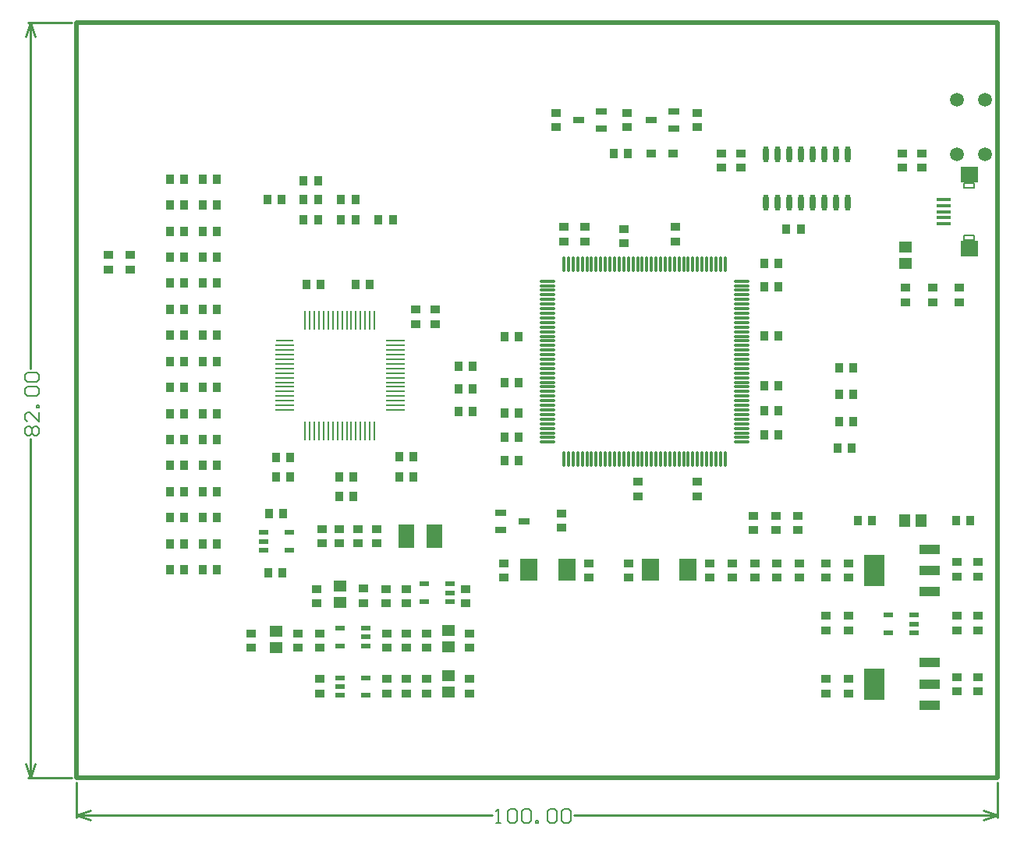
<source format=gtp>
G04*
G04 #@! TF.GenerationSoftware,Altium Limited,Altium Designer,18.1.9 (240)*
G04*
G04 Layer_Color=8421504*
%FSLAX24Y24*%
%MOIN*%
G70*
G01*
G75*
%ADD15C,0.0100*%
%ADD17C,0.0200*%
%ADD18C,0.0060*%
%ADD21C,0.0050*%
%ADD24R,0.0386X0.0366*%
%ADD25R,0.0748X0.0945*%
%ADD26R,0.0866X0.0394*%
%ADD27R,0.0866X0.1378*%
%ADD28R,0.0433X0.0236*%
%ADD29O,0.0236X0.0709*%
%ADD30O,0.0709X0.0110*%
%ADD31O,0.0110X0.0709*%
%ADD32R,0.0087X0.0787*%
%ADD33R,0.0787X0.0087*%
%ADD34O,0.0787X0.0087*%
%ADD35C,0.0591*%
%ADD36R,0.0366X0.0386*%
%ADD37R,0.0492X0.0276*%
%ADD38R,0.0610X0.0157*%
%ADD39R,0.0748X0.0709*%
%ADD40R,0.0579X0.0457*%
%ADD41R,0.0394X0.0327*%
%ADD42R,0.0457X0.0579*%
%ADD43R,0.0709X0.1024*%
D15*
X-2150Y600D02*
X-1950Y0D01*
X-1750Y600D01*
X-1950Y32283D02*
X-1750Y31683D01*
X-2150D02*
X-1950Y32283D01*
Y0D02*
Y14472D01*
Y17491D02*
Y32283D01*
X-2050Y0D02*
X-200D01*
X-2050Y32283D02*
X-200D01*
X0Y-1600D02*
X600Y-1400D01*
X0Y-1600D02*
X600Y-1800D01*
X38770D02*
X39370Y-1600D01*
X38770Y-1400D02*
X39370Y-1600D01*
X0D02*
X17766D01*
X21285D02*
X39370D01*
X0Y-1700D02*
Y-200D01*
X39370Y-1700D02*
Y-200D01*
D17*
X0Y0D02*
Y32283D01*
Y0D02*
X39370D01*
X0Y32283D02*
X39370D01*
Y0D02*
Y32283D01*
D18*
X-2090Y14632D02*
X-2190Y14732D01*
Y14932D01*
X-2090Y15032D01*
X-1990D01*
X-1890Y14932D01*
X-1790Y15032D01*
X-1690D01*
X-1590Y14932D01*
Y14732D01*
X-1690Y14632D01*
X-1790D01*
X-1890Y14732D01*
X-1990Y14632D01*
X-2090D01*
X-1890Y14732D02*
Y14932D01*
X-1590Y15632D02*
Y15232D01*
X-1990Y15632D01*
X-2090D01*
X-2190Y15532D01*
Y15332D01*
X-2090Y15232D01*
X-1590Y15832D02*
X-1690D01*
Y15932D01*
X-1590D01*
Y15832D01*
X-2090Y16332D02*
X-2190Y16432D01*
Y16632D01*
X-2090Y16731D01*
X-1690D01*
X-1590Y16632D01*
Y16432D01*
X-1690Y16332D01*
X-2090D01*
Y16931D02*
X-2190Y17031D01*
Y17231D01*
X-2090Y17331D01*
X-1690D01*
X-1590Y17231D01*
Y17031D01*
X-1690Y16931D01*
X-2090D01*
X17926Y-1960D02*
X18125D01*
X18026D01*
Y-1360D01*
X17926Y-1460D01*
X18425D02*
X18525Y-1360D01*
X18725D01*
X18825Y-1460D01*
Y-1860D01*
X18725Y-1960D01*
X18525D01*
X18425Y-1860D01*
Y-1460D01*
X19025D02*
X19125Y-1360D01*
X19325D01*
X19425Y-1460D01*
Y-1860D01*
X19325Y-1960D01*
X19125D01*
X19025Y-1860D01*
Y-1460D01*
X19625Y-1960D02*
Y-1860D01*
X19725D01*
Y-1960D01*
X19625D01*
X20125Y-1460D02*
X20225Y-1360D01*
X20425D01*
X20525Y-1460D01*
Y-1860D01*
X20425Y-1960D01*
X20225D01*
X20125Y-1860D01*
Y-1460D01*
X20725D02*
X20825Y-1360D01*
X21025D01*
X21125Y-1460D01*
Y-1860D01*
X21025Y-1960D01*
X20825D01*
X20725Y-1860D01*
Y-1460D01*
D21*
X38361Y25222D02*
Y25402D01*
X37921Y25222D02*
Y25402D01*
Y25222D02*
X38361D01*
X37921Y25402D02*
X38361D01*
Y22998D02*
Y23178D01*
X37921Y22998D02*
Y23178D01*
Y22998D02*
X38361D01*
X37921Y23178D02*
X38361D01*
D24*
X14110Y7453D02*
D03*
Y8059D02*
D03*
X12264Y7467D02*
D03*
Y8073D02*
D03*
X14110Y4205D02*
D03*
Y3599D02*
D03*
X13259Y4203D02*
D03*
Y3597D02*
D03*
X14960Y6161D02*
D03*
Y5554D02*
D03*
X13272Y6161D02*
D03*
Y5555D02*
D03*
X10409Y6161D02*
D03*
Y5554D02*
D03*
Y3597D02*
D03*
Y4203D02*
D03*
X38550Y6297D02*
D03*
Y6903D02*
D03*
X37650Y6297D02*
D03*
Y6903D02*
D03*
X33000Y6297D02*
D03*
Y6903D02*
D03*
X32050Y6297D02*
D03*
Y6903D02*
D03*
X11253Y10619D02*
D03*
Y10012D02*
D03*
X30900Y9155D02*
D03*
Y8548D02*
D03*
X23600Y8548D02*
D03*
Y9155D02*
D03*
X28991Y9155D02*
D03*
Y8548D02*
D03*
X29946Y9155D02*
D03*
Y8548D02*
D03*
X27082Y9155D02*
D03*
Y8548D02*
D03*
X28037Y9155D02*
D03*
Y8548D02*
D03*
X10503Y10619D02*
D03*
Y10012D02*
D03*
X20500Y28407D02*
D03*
Y27801D02*
D03*
X23550Y27801D02*
D03*
Y28407D02*
D03*
X26550Y28407D02*
D03*
Y27801D02*
D03*
X30850Y11191D02*
D03*
Y10585D02*
D03*
X36150Y26093D02*
D03*
Y26699D02*
D03*
X2306Y22338D02*
D03*
Y21731D02*
D03*
X36600Y20936D02*
D03*
Y20330D02*
D03*
X16650Y7453D02*
D03*
Y8059D02*
D03*
X10262Y7453D02*
D03*
Y8059D02*
D03*
X13237Y8059D02*
D03*
Y7453D02*
D03*
X33000Y9155D02*
D03*
Y8548D02*
D03*
X32050Y9155D02*
D03*
Y8548D02*
D03*
X37650Y8600D02*
D03*
Y9206D02*
D03*
X38550Y8600D02*
D03*
Y9206D02*
D03*
X33000Y3597D02*
D03*
Y4203D02*
D03*
X32050Y3597D02*
D03*
Y4203D02*
D03*
X37650Y3680D02*
D03*
Y4286D02*
D03*
X38550Y3680D02*
D03*
Y4286D02*
D03*
X16809Y4203D02*
D03*
Y3597D02*
D03*
X14960Y3597D02*
D03*
Y4203D02*
D03*
X16809Y5554D02*
D03*
Y6161D02*
D03*
X14110Y5554D02*
D03*
Y6161D02*
D03*
X9459Y6161D02*
D03*
Y5554D02*
D03*
X7459D02*
D03*
Y6161D02*
D03*
X37750Y20330D02*
D03*
Y20936D02*
D03*
X35450Y20936D02*
D03*
Y20330D02*
D03*
X27557Y26699D02*
D03*
Y26093D02*
D03*
X28407Y26699D02*
D03*
Y26093D02*
D03*
X20839Y23538D02*
D03*
Y22931D02*
D03*
X23400Y23454D02*
D03*
Y22847D02*
D03*
X24000Y12031D02*
D03*
Y12638D02*
D03*
X25600Y23538D02*
D03*
Y22931D02*
D03*
X26548Y12031D02*
D03*
Y12638D02*
D03*
X29900Y10591D02*
D03*
Y11197D02*
D03*
X28950Y10591D02*
D03*
Y11197D02*
D03*
X20750Y11291D02*
D03*
Y10685D02*
D03*
X21750Y23538D02*
D03*
Y22931D02*
D03*
X35300Y26093D02*
D03*
Y26699D02*
D03*
X21900Y8547D02*
D03*
Y9153D02*
D03*
X18264Y8548D02*
D03*
Y9155D02*
D03*
X12853Y10619D02*
D03*
Y10012D02*
D03*
X12053Y10619D02*
D03*
Y10012D02*
D03*
X15350Y19400D02*
D03*
Y20006D02*
D03*
X14500Y19400D02*
D03*
Y20006D02*
D03*
X1356Y21731D02*
D03*
Y22338D02*
D03*
D25*
X24536Y8888D02*
D03*
X26150D02*
D03*
X20964Y8888D02*
D03*
X19350D02*
D03*
D26*
X36481Y7944D02*
D03*
Y8850D02*
D03*
Y9756D02*
D03*
Y3094D02*
D03*
Y4000D02*
D03*
Y4906D02*
D03*
D27*
X34119Y8850D02*
D03*
Y4000D02*
D03*
D28*
X35801Y6190D02*
D03*
Y6564D02*
D03*
Y6938D02*
D03*
X34699D02*
D03*
Y6190D02*
D03*
X15961Y7526D02*
D03*
Y7900D02*
D03*
Y8274D02*
D03*
X14858D02*
D03*
Y7526D02*
D03*
X11266Y4260D02*
D03*
Y3886D02*
D03*
Y3512D02*
D03*
X12368D02*
D03*
Y4260D02*
D03*
Y5627D02*
D03*
Y6001D02*
D03*
Y6375D02*
D03*
X11266D02*
D03*
Y5627D02*
D03*
X7999Y10474D02*
D03*
Y10100D02*
D03*
Y9726D02*
D03*
X9101D02*
D03*
Y10474D02*
D03*
D29*
X29457Y24598D02*
D03*
X29957D02*
D03*
X30457D02*
D03*
X30957D02*
D03*
X31457D02*
D03*
X31957D02*
D03*
X32457D02*
D03*
X32957D02*
D03*
X29457Y26645D02*
D03*
X29957D02*
D03*
X30457D02*
D03*
X30957D02*
D03*
X31457D02*
D03*
X31957D02*
D03*
X32457D02*
D03*
X32957D02*
D03*
D30*
X20131Y14340D02*
D03*
Y14536D02*
D03*
Y14733D02*
D03*
Y14930D02*
D03*
Y15127D02*
D03*
Y15324D02*
D03*
Y15521D02*
D03*
Y15718D02*
D03*
Y15914D02*
D03*
Y16111D02*
D03*
Y16308D02*
D03*
Y16505D02*
D03*
Y16702D02*
D03*
Y16899D02*
D03*
Y17096D02*
D03*
Y17292D02*
D03*
Y17489D02*
D03*
Y17686D02*
D03*
Y17883D02*
D03*
Y18080D02*
D03*
Y18277D02*
D03*
Y18473D02*
D03*
Y18670D02*
D03*
Y18867D02*
D03*
Y19064D02*
D03*
Y19261D02*
D03*
Y19458D02*
D03*
Y19655D02*
D03*
Y19851D02*
D03*
Y20048D02*
D03*
Y20245D02*
D03*
Y20442D02*
D03*
Y20639D02*
D03*
Y20836D02*
D03*
Y21033D02*
D03*
Y21229D02*
D03*
X28438D02*
D03*
Y21033D02*
D03*
Y20836D02*
D03*
Y20639D02*
D03*
Y20442D02*
D03*
Y20245D02*
D03*
Y20048D02*
D03*
Y19851D02*
D03*
Y19655D02*
D03*
Y19458D02*
D03*
Y19261D02*
D03*
Y19064D02*
D03*
Y18867D02*
D03*
Y18670D02*
D03*
Y18473D02*
D03*
Y18277D02*
D03*
Y18080D02*
D03*
Y17883D02*
D03*
Y17686D02*
D03*
Y17489D02*
D03*
Y17292D02*
D03*
Y17096D02*
D03*
Y16899D02*
D03*
Y16702D02*
D03*
Y16505D02*
D03*
Y16308D02*
D03*
Y16111D02*
D03*
Y15914D02*
D03*
Y15718D02*
D03*
Y15521D02*
D03*
Y15324D02*
D03*
Y15127D02*
D03*
Y14930D02*
D03*
Y14733D02*
D03*
Y14536D02*
D03*
Y14340D02*
D03*
D31*
X20839Y21938D02*
D03*
X21036D02*
D03*
X21233D02*
D03*
X21430D02*
D03*
X21627D02*
D03*
X21824D02*
D03*
X22020D02*
D03*
X22217D02*
D03*
X22414D02*
D03*
X22611D02*
D03*
X22808D02*
D03*
X23005D02*
D03*
X23202D02*
D03*
X23398D02*
D03*
X23595D02*
D03*
X23792D02*
D03*
X23989D02*
D03*
X24186D02*
D03*
X24383D02*
D03*
X24580D02*
D03*
X24776D02*
D03*
X24973D02*
D03*
X25170D02*
D03*
X25367D02*
D03*
X25564D02*
D03*
X25761D02*
D03*
X25957D02*
D03*
X26154D02*
D03*
X26351D02*
D03*
X26548D02*
D03*
X26745D02*
D03*
X26942D02*
D03*
X27139D02*
D03*
X27335D02*
D03*
X27532D02*
D03*
X27729D02*
D03*
Y13631D02*
D03*
X27532D02*
D03*
X27335D02*
D03*
X27139D02*
D03*
X26942D02*
D03*
X26745D02*
D03*
X26548D02*
D03*
X26351D02*
D03*
X26154D02*
D03*
X25957D02*
D03*
X25761D02*
D03*
X25564D02*
D03*
X25367D02*
D03*
X25170D02*
D03*
X24973D02*
D03*
X24776D02*
D03*
X24580D02*
D03*
X24383D02*
D03*
X24186D02*
D03*
X23989D02*
D03*
X23792D02*
D03*
X23595D02*
D03*
X23398D02*
D03*
X23202D02*
D03*
X23005D02*
D03*
X22808D02*
D03*
X22611D02*
D03*
X22414D02*
D03*
X22217D02*
D03*
X22020D02*
D03*
X21824D02*
D03*
X21627D02*
D03*
X21430D02*
D03*
X21233D02*
D03*
X21036D02*
D03*
X20839D02*
D03*
D32*
X9784Y19558D02*
D03*
X9981D02*
D03*
X10178D02*
D03*
X10374D02*
D03*
X10571D02*
D03*
X10768D02*
D03*
X10965D02*
D03*
X11162D02*
D03*
X11359D02*
D03*
X11556D02*
D03*
X11752D02*
D03*
X11949D02*
D03*
X12146D02*
D03*
X12343D02*
D03*
X12540D02*
D03*
X12737D02*
D03*
Y14833D02*
D03*
X12540D02*
D03*
X12343D02*
D03*
X12146D02*
D03*
X11949D02*
D03*
X11752D02*
D03*
X11556D02*
D03*
X11359D02*
D03*
X11162D02*
D03*
X10965D02*
D03*
X10768D02*
D03*
X10571D02*
D03*
X10374D02*
D03*
X10178D02*
D03*
X9981D02*
D03*
X9784D02*
D03*
D33*
X13622Y18672D02*
D03*
Y18475D02*
D03*
Y18278D02*
D03*
Y18081D02*
D03*
Y17885D02*
D03*
Y17688D02*
D03*
Y17491D02*
D03*
Y17294D02*
D03*
Y17097D02*
D03*
Y16900D02*
D03*
Y16703D02*
D03*
Y16507D02*
D03*
Y16310D02*
D03*
Y16113D02*
D03*
Y15916D02*
D03*
Y15719D02*
D03*
X8898D02*
D03*
Y15916D02*
D03*
Y16113D02*
D03*
Y16310D02*
D03*
Y16507D02*
D03*
Y16703D02*
D03*
Y16900D02*
D03*
Y17097D02*
D03*
Y17294D02*
D03*
Y17491D02*
D03*
Y17688D02*
D03*
Y17885D02*
D03*
Y18081D02*
D03*
Y18278D02*
D03*
Y18475D02*
D03*
D34*
Y18672D02*
D03*
D35*
X37650Y26638D02*
D03*
X38831D02*
D03*
X37650Y29000D02*
D03*
X38831D02*
D03*
D36*
X22972Y26689D02*
D03*
X23578D02*
D03*
X30003Y15688D02*
D03*
X29397D02*
D03*
X18297Y15590D02*
D03*
X18903D02*
D03*
X33394Y10997D02*
D03*
X34000D02*
D03*
X32547Y14083D02*
D03*
X33153D02*
D03*
X32597Y17530D02*
D03*
X33203D02*
D03*
X18294Y14536D02*
D03*
X18900D02*
D03*
X3996Y23362D02*
D03*
X4602D02*
D03*
X3996Y24476D02*
D03*
X4602D02*
D03*
X3996Y22249D02*
D03*
X4602D02*
D03*
X3996Y21135D02*
D03*
X4602D02*
D03*
X3996Y18907D02*
D03*
X4602D02*
D03*
X3996Y20021D02*
D03*
X4602D02*
D03*
X3996Y17794D02*
D03*
X4602D02*
D03*
X16344Y16625D02*
D03*
X16950D02*
D03*
X3996Y16680D02*
D03*
X4602D02*
D03*
X3996Y14452D02*
D03*
X4602D02*
D03*
X16950Y17600D02*
D03*
X16344D02*
D03*
X3996Y15566D02*
D03*
X4602D02*
D03*
X3996Y13338D02*
D03*
X4602D02*
D03*
X3996Y12225D02*
D03*
X4602D02*
D03*
X3996Y9997D02*
D03*
X4602D02*
D03*
X3996Y11111D02*
D03*
X4602D02*
D03*
X3996Y8883D02*
D03*
X4602D02*
D03*
X8165Y24706D02*
D03*
X8771D02*
D03*
X13527Y23839D02*
D03*
X12920D02*
D03*
X10321D02*
D03*
X9715D02*
D03*
X9715Y24706D02*
D03*
X10321D02*
D03*
X16344Y15650D02*
D03*
X16950D02*
D03*
X33203Y15232D02*
D03*
X32597D02*
D03*
X33203Y16381D02*
D03*
X32597D02*
D03*
X38200Y11000D02*
D03*
X37594D02*
D03*
X30350Y23454D02*
D03*
X30957D02*
D03*
X30003Y20985D02*
D03*
X29397D02*
D03*
X30003Y16751D02*
D03*
X29397D02*
D03*
X30003Y18868D02*
D03*
X29397D02*
D03*
X30003Y14635D02*
D03*
X29397D02*
D03*
X18294Y13550D02*
D03*
X18900D02*
D03*
X18297Y16899D02*
D03*
X18903D02*
D03*
X18297Y18867D02*
D03*
X18903D02*
D03*
X30003Y21975D02*
D03*
X29397D02*
D03*
X5393Y25590D02*
D03*
X5999D02*
D03*
X5393Y23362D02*
D03*
X5999D02*
D03*
X5999Y24476D02*
D03*
X5393D02*
D03*
X5999Y22249D02*
D03*
X5393D02*
D03*
X8247Y11300D02*
D03*
X8853D02*
D03*
X5393Y21135D02*
D03*
X5999D02*
D03*
X5393Y18907D02*
D03*
X5999D02*
D03*
X5999Y20021D02*
D03*
X5393D02*
D03*
X5999Y17794D02*
D03*
X5393D02*
D03*
X5393Y16680D02*
D03*
X5999D02*
D03*
X5393Y14452D02*
D03*
X5999D02*
D03*
X8197Y8750D02*
D03*
X8803D02*
D03*
X5999Y15566D02*
D03*
X5393D02*
D03*
X5999Y13338D02*
D03*
X5393D02*
D03*
X5393Y12225D02*
D03*
X5999D02*
D03*
X5393Y9997D02*
D03*
X5999D02*
D03*
X5999Y11111D02*
D03*
X5393D02*
D03*
X5999Y8883D02*
D03*
X5393D02*
D03*
X13796Y13733D02*
D03*
X14402D02*
D03*
X13799Y12853D02*
D03*
X14406D02*
D03*
X9153Y13700D02*
D03*
X8547D02*
D03*
X9153Y12853D02*
D03*
X8547D02*
D03*
X9715Y25518D02*
D03*
X10321D02*
D03*
X11318Y24706D02*
D03*
X11924D02*
D03*
X11318Y23839D02*
D03*
X11924D02*
D03*
X10453Y21100D02*
D03*
X9847D02*
D03*
X11947D02*
D03*
X12553D02*
D03*
X11247Y12851D02*
D03*
X11853D02*
D03*
X11244Y12005D02*
D03*
X11850D02*
D03*
X3996Y25590D02*
D03*
X4602D02*
D03*
D37*
X22450Y27749D02*
D03*
Y28497D02*
D03*
X21466Y28123D02*
D03*
X25542Y27749D02*
D03*
Y28497D02*
D03*
X24558Y28123D02*
D03*
X18138Y11324D02*
D03*
Y10576D02*
D03*
X19122Y10950D02*
D03*
D38*
X37084Y23944D02*
D03*
Y24200D02*
D03*
Y23688D02*
D03*
Y24712D02*
D03*
Y24456D02*
D03*
D39*
X38167Y25794D02*
D03*
Y22606D02*
D03*
D40*
X11275Y7498D02*
D03*
Y8199D02*
D03*
X15906Y4343D02*
D03*
Y3642D02*
D03*
Y6300D02*
D03*
Y5600D02*
D03*
X8522Y6251D02*
D03*
Y5550D02*
D03*
X35450Y21999D02*
D03*
Y22700D02*
D03*
D41*
X24585Y26700D02*
D03*
X25515D02*
D03*
D42*
X36100Y10997D02*
D03*
X35399D02*
D03*
D43*
X14109Y10332D02*
D03*
X15291D02*
D03*
M02*

</source>
